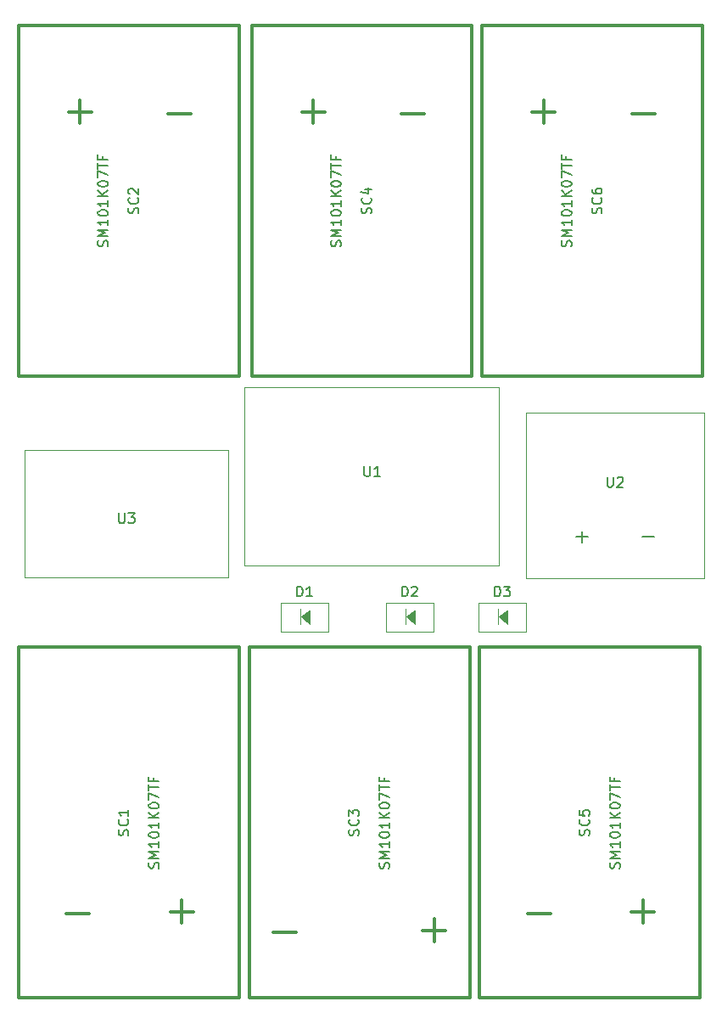
<source format=gbr>
%TF.GenerationSoftware,KiCad,Pcbnew,(5.1.10)-1*%
%TF.CreationDate,2022-05-08T17:12:19-07:00*%
%TF.ProjectId,solar-panel-side-XY,736f6c61-722d-4706-916e-656c2d736964,1.0*%
%TF.SameCoordinates,Original*%
%TF.FileFunction,Legend,Top*%
%TF.FilePolarity,Positive*%
%FSLAX46Y46*%
G04 Gerber Fmt 4.6, Leading zero omitted, Abs format (unit mm)*
G04 Created by KiCad (PCBNEW (5.1.10)-1) date 2022-05-08 17:12:19*
%MOMM*%
%LPD*%
G01*
G04 APERTURE LIST*
%ADD10C,0.120000*%
%ADD11C,0.300000*%
%ADD12C,0.100000*%
%ADD13C,0.150000*%
%ADD14C,0.200000*%
G04 APERTURE END LIST*
D10*
%TO.C,U3*%
X121250000Y-121286000D02*
X131410000Y-121286000D01*
X131410000Y-121286000D02*
X131410000Y-114936000D01*
X121250000Y-121286000D02*
X111090000Y-121286000D01*
X111090000Y-121286000D02*
X111090000Y-114936000D01*
X131410000Y-108586000D02*
X131410000Y-114936000D01*
X121250000Y-108586000D02*
X131410000Y-108586000D01*
X111090000Y-108586000D02*
X111090000Y-114936000D01*
X121250000Y-108586000D02*
X111090000Y-108586000D01*
%TO.C,U2*%
X170000000Y-104845000D02*
X161110000Y-104845000D01*
X170000000Y-104845000D02*
X178890000Y-104845000D01*
X178890000Y-104845000D02*
X178890000Y-106750000D01*
X178890000Y-106750000D02*
X178890000Y-121355000D01*
X161110000Y-104845000D02*
X161110000Y-121355000D01*
X178890000Y-121355000D02*
X161110000Y-121355000D01*
%TO.C,U1*%
X145750000Y-102360000D02*
X133050000Y-102360000D01*
X133050000Y-111250000D02*
X133050000Y-102360000D01*
X145750000Y-102360000D02*
X158450000Y-102360000D01*
X158450000Y-111250000D02*
X158450000Y-102360000D01*
X133050000Y-111250000D02*
X133050000Y-120140000D01*
X145750000Y-120140000D02*
X133050000Y-120140000D01*
X145750000Y-120140000D02*
X158450000Y-120140000D01*
X158450000Y-111250000D02*
X158450000Y-120140000D01*
D11*
%TO.C,SC6*%
X178750000Y-101250000D02*
X156750000Y-101250000D01*
X178750000Y-66250000D02*
X178750000Y-101250000D01*
X156750000Y-66250000D02*
X178750000Y-66250000D01*
X156750000Y-101250000D02*
X156750000Y-66250000D01*
%TO.C,SC5*%
X156500000Y-128250000D02*
X178500000Y-128250000D01*
X156500000Y-163250000D02*
X156500000Y-128250000D01*
X178500000Y-163250000D02*
X156500000Y-163250000D01*
X178500000Y-128250000D02*
X178500000Y-163250000D01*
%TO.C,SC4*%
X155750000Y-101250000D02*
X133750000Y-101250000D01*
X155750000Y-66250000D02*
X155750000Y-101250000D01*
X133750000Y-66250000D02*
X155750000Y-66250000D01*
X133750000Y-101250000D02*
X133750000Y-66250000D01*
%TO.C,SC3*%
X133500000Y-128250000D02*
X155500000Y-128250000D01*
X133500000Y-163250000D02*
X133500000Y-128250000D01*
X155500000Y-163250000D02*
X133500000Y-163250000D01*
X155500000Y-128250000D02*
X155500000Y-163250000D01*
%TO.C,SC2*%
X132500000Y-101250000D02*
X110500000Y-101250000D01*
X132500000Y-66250000D02*
X132500000Y-101250000D01*
X110500000Y-66250000D02*
X132500000Y-66250000D01*
X110500000Y-101250000D02*
X110500000Y-66250000D01*
%TO.C,SC1*%
X110500000Y-128250000D02*
X132500000Y-128250000D01*
X110500000Y-163250000D02*
X110500000Y-128250000D01*
X132500000Y-163250000D02*
X110500000Y-163250000D01*
X132500000Y-128250000D02*
X132500000Y-163250000D01*
D10*
%TO.C,D3*%
X156375000Y-126700000D02*
X161125000Y-126700000D01*
X161125000Y-126700000D02*
X161125000Y-123800000D01*
X156375000Y-126700000D02*
X156375000Y-123800000D01*
X156375000Y-123800000D02*
X161125000Y-123800000D01*
D12*
G36*
X159258000Y-125961200D02*
G01*
X158445200Y-125224600D01*
X159258000Y-124615000D01*
X159258000Y-125961200D01*
G37*
X159258000Y-125961200D02*
X158445200Y-125224600D01*
X159258000Y-124615000D01*
X159258000Y-125961200D01*
D10*
X158318200Y-124437200D02*
X158318200Y-125986600D01*
%TO.C,D2*%
X147125000Y-126700000D02*
X151875000Y-126700000D01*
X151875000Y-126700000D02*
X151875000Y-123800000D01*
X147125000Y-126700000D02*
X147125000Y-123800000D01*
X147125000Y-123800000D02*
X151875000Y-123800000D01*
D12*
G36*
X150008000Y-125961200D02*
G01*
X149195200Y-125224600D01*
X150008000Y-124615000D01*
X150008000Y-125961200D01*
G37*
X150008000Y-125961200D02*
X149195200Y-125224600D01*
X150008000Y-124615000D01*
X150008000Y-125961200D01*
D10*
X149068200Y-124437200D02*
X149068200Y-125986600D01*
%TO.C,D1*%
X136625000Y-126700000D02*
X141375000Y-126700000D01*
X141375000Y-126700000D02*
X141375000Y-123800000D01*
X136625000Y-126700000D02*
X136625000Y-123800000D01*
X136625000Y-123800000D02*
X141375000Y-123800000D01*
D12*
G36*
X139508000Y-125961200D02*
G01*
X138695200Y-125224600D01*
X139508000Y-124615000D01*
X139508000Y-125961200D01*
G37*
X139508000Y-125961200D02*
X138695200Y-125224600D01*
X139508000Y-124615000D01*
X139508000Y-125961200D01*
D10*
X138568200Y-124437200D02*
X138568200Y-125986600D01*
%TO.C,U3*%
D13*
X120488095Y-114888380D02*
X120488095Y-115697904D01*
X120535714Y-115793142D01*
X120583333Y-115840761D01*
X120678571Y-115888380D01*
X120869047Y-115888380D01*
X120964285Y-115840761D01*
X121011904Y-115793142D01*
X121059523Y-115697904D01*
X121059523Y-114888380D01*
X121440476Y-114888380D02*
X122059523Y-114888380D01*
X121726190Y-115269333D01*
X121869047Y-115269333D01*
X121964285Y-115316952D01*
X122011904Y-115364571D01*
X122059523Y-115459809D01*
X122059523Y-115697904D01*
X122011904Y-115793142D01*
X121964285Y-115840761D01*
X121869047Y-115888380D01*
X121583333Y-115888380D01*
X121488095Y-115840761D01*
X121440476Y-115793142D01*
%TO.C,U2*%
X169238095Y-111282380D02*
X169238095Y-112091904D01*
X169285714Y-112187142D01*
X169333333Y-112234761D01*
X169428571Y-112282380D01*
X169619047Y-112282380D01*
X169714285Y-112234761D01*
X169761904Y-112187142D01*
X169809523Y-112091904D01*
X169809523Y-111282380D01*
X170238095Y-111377619D02*
X170285714Y-111330000D01*
X170380952Y-111282380D01*
X170619047Y-111282380D01*
X170714285Y-111330000D01*
X170761904Y-111377619D01*
X170809523Y-111472857D01*
X170809523Y-111568095D01*
X170761904Y-111710952D01*
X170190476Y-112282380D01*
X170809523Y-112282380D01*
D14*
X166126571Y-117271142D02*
X167269428Y-117271142D01*
X166698000Y-117842571D02*
X166698000Y-116699714D01*
X172730571Y-117271142D02*
X173873428Y-117271142D01*
%TO.C,U1*%
D13*
X144988095Y-110202380D02*
X144988095Y-111011904D01*
X145035714Y-111107142D01*
X145083333Y-111154761D01*
X145178571Y-111202380D01*
X145369047Y-111202380D01*
X145464285Y-111154761D01*
X145511904Y-111107142D01*
X145559523Y-111011904D01*
X145559523Y-110202380D01*
X146559523Y-111202380D02*
X145988095Y-111202380D01*
X146273809Y-111202380D02*
X146273809Y-110202380D01*
X146178571Y-110345238D01*
X146083333Y-110440476D01*
X145988095Y-110488095D01*
%TO.C,SC6*%
X168654761Y-85011904D02*
X168702380Y-84869047D01*
X168702380Y-84630952D01*
X168654761Y-84535714D01*
X168607142Y-84488095D01*
X168511904Y-84440476D01*
X168416666Y-84440476D01*
X168321428Y-84488095D01*
X168273809Y-84535714D01*
X168226190Y-84630952D01*
X168178571Y-84821428D01*
X168130952Y-84916666D01*
X168083333Y-84964285D01*
X167988095Y-85011904D01*
X167892857Y-85011904D01*
X167797619Y-84964285D01*
X167750000Y-84916666D01*
X167702380Y-84821428D01*
X167702380Y-84583333D01*
X167750000Y-84440476D01*
X168607142Y-83440476D02*
X168654761Y-83488095D01*
X168702380Y-83630952D01*
X168702380Y-83726190D01*
X168654761Y-83869047D01*
X168559523Y-83964285D01*
X168464285Y-84011904D01*
X168273809Y-84059523D01*
X168130952Y-84059523D01*
X167940476Y-84011904D01*
X167845238Y-83964285D01*
X167750000Y-83869047D01*
X167702380Y-83726190D01*
X167702380Y-83630952D01*
X167750000Y-83488095D01*
X167797619Y-83440476D01*
X167702380Y-82583333D02*
X167702380Y-82773809D01*
X167750000Y-82869047D01*
X167797619Y-82916666D01*
X167940476Y-83011904D01*
X168130952Y-83059523D01*
X168511904Y-83059523D01*
X168607142Y-83011904D01*
X168654761Y-82964285D01*
X168702380Y-82869047D01*
X168702380Y-82678571D01*
X168654761Y-82583333D01*
X168607142Y-82535714D01*
X168511904Y-82488095D01*
X168273809Y-82488095D01*
X168178571Y-82535714D01*
X168130952Y-82583333D01*
X168083333Y-82678571D01*
X168083333Y-82869047D01*
X168130952Y-82964285D01*
X168178571Y-83011904D01*
X168273809Y-83059523D01*
X165614761Y-88297619D02*
X165662380Y-88154761D01*
X165662380Y-87916666D01*
X165614761Y-87821428D01*
X165567142Y-87773809D01*
X165471904Y-87726190D01*
X165376666Y-87726190D01*
X165281428Y-87773809D01*
X165233809Y-87821428D01*
X165186190Y-87916666D01*
X165138571Y-88107142D01*
X165090952Y-88202380D01*
X165043333Y-88250000D01*
X164948095Y-88297619D01*
X164852857Y-88297619D01*
X164757619Y-88250000D01*
X164710000Y-88202380D01*
X164662380Y-88107142D01*
X164662380Y-87869047D01*
X164710000Y-87726190D01*
X165662380Y-87297619D02*
X164662380Y-87297619D01*
X165376666Y-86964285D01*
X164662380Y-86630952D01*
X165662380Y-86630952D01*
X165662380Y-85630952D02*
X165662380Y-86202380D01*
X165662380Y-85916666D02*
X164662380Y-85916666D01*
X164805238Y-86011904D01*
X164900476Y-86107142D01*
X164948095Y-86202380D01*
X164662380Y-85011904D02*
X164662380Y-84916666D01*
X164710000Y-84821428D01*
X164757619Y-84773809D01*
X164852857Y-84726190D01*
X165043333Y-84678571D01*
X165281428Y-84678571D01*
X165471904Y-84726190D01*
X165567142Y-84773809D01*
X165614761Y-84821428D01*
X165662380Y-84916666D01*
X165662380Y-85011904D01*
X165614761Y-85107142D01*
X165567142Y-85154761D01*
X165471904Y-85202380D01*
X165281428Y-85250000D01*
X165043333Y-85250000D01*
X164852857Y-85202380D01*
X164757619Y-85154761D01*
X164710000Y-85107142D01*
X164662380Y-85011904D01*
X165662380Y-83726190D02*
X165662380Y-84297619D01*
X165662380Y-84011904D02*
X164662380Y-84011904D01*
X164805238Y-84107142D01*
X164900476Y-84202380D01*
X164948095Y-84297619D01*
X165662380Y-83297619D02*
X164662380Y-83297619D01*
X165662380Y-82726190D02*
X165090952Y-83154761D01*
X164662380Y-82726190D02*
X165233809Y-83297619D01*
X164662380Y-82107142D02*
X164662380Y-82011904D01*
X164710000Y-81916666D01*
X164757619Y-81869047D01*
X164852857Y-81821428D01*
X165043333Y-81773809D01*
X165281428Y-81773809D01*
X165471904Y-81821428D01*
X165567142Y-81869047D01*
X165614761Y-81916666D01*
X165662380Y-82011904D01*
X165662380Y-82107142D01*
X165614761Y-82202380D01*
X165567142Y-82250000D01*
X165471904Y-82297619D01*
X165281428Y-82345238D01*
X165043333Y-82345238D01*
X164852857Y-82297619D01*
X164757619Y-82250000D01*
X164710000Y-82202380D01*
X164662380Y-82107142D01*
X164662380Y-81440476D02*
X164662380Y-80773809D01*
X165662380Y-81202380D01*
X164662380Y-80535714D02*
X164662380Y-79964285D01*
X165662380Y-80250000D02*
X164662380Y-80250000D01*
X165138571Y-79297619D02*
X165138571Y-79630952D01*
X165662380Y-79630952D02*
X164662380Y-79630952D01*
X164662380Y-79154761D01*
D11*
X171687142Y-75074285D02*
X173972857Y-75074285D01*
X162884285Y-76002857D02*
X162884285Y-73717142D01*
X164027142Y-74860000D02*
X161741428Y-74860000D01*
%TO.C,SC5*%
D13*
X167404761Y-147011904D02*
X167452380Y-146869047D01*
X167452380Y-146630952D01*
X167404761Y-146535714D01*
X167357142Y-146488095D01*
X167261904Y-146440476D01*
X167166666Y-146440476D01*
X167071428Y-146488095D01*
X167023809Y-146535714D01*
X166976190Y-146630952D01*
X166928571Y-146821428D01*
X166880952Y-146916666D01*
X166833333Y-146964285D01*
X166738095Y-147011904D01*
X166642857Y-147011904D01*
X166547619Y-146964285D01*
X166500000Y-146916666D01*
X166452380Y-146821428D01*
X166452380Y-146583333D01*
X166500000Y-146440476D01*
X167357142Y-145440476D02*
X167404761Y-145488095D01*
X167452380Y-145630952D01*
X167452380Y-145726190D01*
X167404761Y-145869047D01*
X167309523Y-145964285D01*
X167214285Y-146011904D01*
X167023809Y-146059523D01*
X166880952Y-146059523D01*
X166690476Y-146011904D01*
X166595238Y-145964285D01*
X166500000Y-145869047D01*
X166452380Y-145726190D01*
X166452380Y-145630952D01*
X166500000Y-145488095D01*
X166547619Y-145440476D01*
X166452380Y-144535714D02*
X166452380Y-145011904D01*
X166928571Y-145059523D01*
X166880952Y-145011904D01*
X166833333Y-144916666D01*
X166833333Y-144678571D01*
X166880952Y-144583333D01*
X166928571Y-144535714D01*
X167023809Y-144488095D01*
X167261904Y-144488095D01*
X167357142Y-144535714D01*
X167404761Y-144583333D01*
X167452380Y-144678571D01*
X167452380Y-144916666D01*
X167404761Y-145011904D01*
X167357142Y-145059523D01*
X170444761Y-150297619D02*
X170492380Y-150154761D01*
X170492380Y-149916666D01*
X170444761Y-149821428D01*
X170397142Y-149773809D01*
X170301904Y-149726190D01*
X170206666Y-149726190D01*
X170111428Y-149773809D01*
X170063809Y-149821428D01*
X170016190Y-149916666D01*
X169968571Y-150107142D01*
X169920952Y-150202380D01*
X169873333Y-150250000D01*
X169778095Y-150297619D01*
X169682857Y-150297619D01*
X169587619Y-150250000D01*
X169540000Y-150202380D01*
X169492380Y-150107142D01*
X169492380Y-149869047D01*
X169540000Y-149726190D01*
X170492380Y-149297619D02*
X169492380Y-149297619D01*
X170206666Y-148964285D01*
X169492380Y-148630952D01*
X170492380Y-148630952D01*
X170492380Y-147630952D02*
X170492380Y-148202380D01*
X170492380Y-147916666D02*
X169492380Y-147916666D01*
X169635238Y-148011904D01*
X169730476Y-148107142D01*
X169778095Y-148202380D01*
X169492380Y-147011904D02*
X169492380Y-146916666D01*
X169540000Y-146821428D01*
X169587619Y-146773809D01*
X169682857Y-146726190D01*
X169873333Y-146678571D01*
X170111428Y-146678571D01*
X170301904Y-146726190D01*
X170397142Y-146773809D01*
X170444761Y-146821428D01*
X170492380Y-146916666D01*
X170492380Y-147011904D01*
X170444761Y-147107142D01*
X170397142Y-147154761D01*
X170301904Y-147202380D01*
X170111428Y-147250000D01*
X169873333Y-147250000D01*
X169682857Y-147202380D01*
X169587619Y-147154761D01*
X169540000Y-147107142D01*
X169492380Y-147011904D01*
X170492380Y-145726190D02*
X170492380Y-146297619D01*
X170492380Y-146011904D02*
X169492380Y-146011904D01*
X169635238Y-146107142D01*
X169730476Y-146202380D01*
X169778095Y-146297619D01*
X170492380Y-145297619D02*
X169492380Y-145297619D01*
X170492380Y-144726190D02*
X169920952Y-145154761D01*
X169492380Y-144726190D02*
X170063809Y-145297619D01*
X169492380Y-144107142D02*
X169492380Y-144011904D01*
X169540000Y-143916666D01*
X169587619Y-143869047D01*
X169682857Y-143821428D01*
X169873333Y-143773809D01*
X170111428Y-143773809D01*
X170301904Y-143821428D01*
X170397142Y-143869047D01*
X170444761Y-143916666D01*
X170492380Y-144011904D01*
X170492380Y-144107142D01*
X170444761Y-144202380D01*
X170397142Y-144250000D01*
X170301904Y-144297619D01*
X170111428Y-144345238D01*
X169873333Y-144345238D01*
X169682857Y-144297619D01*
X169587619Y-144250000D01*
X169540000Y-144202380D01*
X169492380Y-144107142D01*
X169492380Y-143440476D02*
X169492380Y-142773809D01*
X170492380Y-143202380D01*
X169492380Y-142535714D02*
X169492380Y-141964285D01*
X170492380Y-142250000D02*
X169492380Y-142250000D01*
X169968571Y-141297619D02*
X169968571Y-141630952D01*
X170492380Y-141630952D02*
X169492380Y-141630952D01*
X169492380Y-141154761D01*
D11*
X161277142Y-154854285D02*
X163562857Y-154854285D01*
X172794285Y-155782857D02*
X172794285Y-153497142D01*
X173937142Y-154640000D02*
X171651428Y-154640000D01*
%TO.C,SC4*%
D13*
X145654761Y-85011904D02*
X145702380Y-84869047D01*
X145702380Y-84630952D01*
X145654761Y-84535714D01*
X145607142Y-84488095D01*
X145511904Y-84440476D01*
X145416666Y-84440476D01*
X145321428Y-84488095D01*
X145273809Y-84535714D01*
X145226190Y-84630952D01*
X145178571Y-84821428D01*
X145130952Y-84916666D01*
X145083333Y-84964285D01*
X144988095Y-85011904D01*
X144892857Y-85011904D01*
X144797619Y-84964285D01*
X144750000Y-84916666D01*
X144702380Y-84821428D01*
X144702380Y-84583333D01*
X144750000Y-84440476D01*
X145607142Y-83440476D02*
X145654761Y-83488095D01*
X145702380Y-83630952D01*
X145702380Y-83726190D01*
X145654761Y-83869047D01*
X145559523Y-83964285D01*
X145464285Y-84011904D01*
X145273809Y-84059523D01*
X145130952Y-84059523D01*
X144940476Y-84011904D01*
X144845238Y-83964285D01*
X144750000Y-83869047D01*
X144702380Y-83726190D01*
X144702380Y-83630952D01*
X144750000Y-83488095D01*
X144797619Y-83440476D01*
X145035714Y-82583333D02*
X145702380Y-82583333D01*
X144654761Y-82821428D02*
X145369047Y-83059523D01*
X145369047Y-82440476D01*
X142614761Y-88297619D02*
X142662380Y-88154761D01*
X142662380Y-87916666D01*
X142614761Y-87821428D01*
X142567142Y-87773809D01*
X142471904Y-87726190D01*
X142376666Y-87726190D01*
X142281428Y-87773809D01*
X142233809Y-87821428D01*
X142186190Y-87916666D01*
X142138571Y-88107142D01*
X142090952Y-88202380D01*
X142043333Y-88250000D01*
X141948095Y-88297619D01*
X141852857Y-88297619D01*
X141757619Y-88250000D01*
X141710000Y-88202380D01*
X141662380Y-88107142D01*
X141662380Y-87869047D01*
X141710000Y-87726190D01*
X142662380Y-87297619D02*
X141662380Y-87297619D01*
X142376666Y-86964285D01*
X141662380Y-86630952D01*
X142662380Y-86630952D01*
X142662380Y-85630952D02*
X142662380Y-86202380D01*
X142662380Y-85916666D02*
X141662380Y-85916666D01*
X141805238Y-86011904D01*
X141900476Y-86107142D01*
X141948095Y-86202380D01*
X141662380Y-85011904D02*
X141662380Y-84916666D01*
X141710000Y-84821428D01*
X141757619Y-84773809D01*
X141852857Y-84726190D01*
X142043333Y-84678571D01*
X142281428Y-84678571D01*
X142471904Y-84726190D01*
X142567142Y-84773809D01*
X142614761Y-84821428D01*
X142662380Y-84916666D01*
X142662380Y-85011904D01*
X142614761Y-85107142D01*
X142567142Y-85154761D01*
X142471904Y-85202380D01*
X142281428Y-85250000D01*
X142043333Y-85250000D01*
X141852857Y-85202380D01*
X141757619Y-85154761D01*
X141710000Y-85107142D01*
X141662380Y-85011904D01*
X142662380Y-83726190D02*
X142662380Y-84297619D01*
X142662380Y-84011904D02*
X141662380Y-84011904D01*
X141805238Y-84107142D01*
X141900476Y-84202380D01*
X141948095Y-84297619D01*
X142662380Y-83297619D02*
X141662380Y-83297619D01*
X142662380Y-82726190D02*
X142090952Y-83154761D01*
X141662380Y-82726190D02*
X142233809Y-83297619D01*
X141662380Y-82107142D02*
X141662380Y-82011904D01*
X141710000Y-81916666D01*
X141757619Y-81869047D01*
X141852857Y-81821428D01*
X142043333Y-81773809D01*
X142281428Y-81773809D01*
X142471904Y-81821428D01*
X142567142Y-81869047D01*
X142614761Y-81916666D01*
X142662380Y-82011904D01*
X142662380Y-82107142D01*
X142614761Y-82202380D01*
X142567142Y-82250000D01*
X142471904Y-82297619D01*
X142281428Y-82345238D01*
X142043333Y-82345238D01*
X141852857Y-82297619D01*
X141757619Y-82250000D01*
X141710000Y-82202380D01*
X141662380Y-82107142D01*
X141662380Y-81440476D02*
X141662380Y-80773809D01*
X142662380Y-81202380D01*
X141662380Y-80535714D02*
X141662380Y-79964285D01*
X142662380Y-80250000D02*
X141662380Y-80250000D01*
X142138571Y-79297619D02*
X142138571Y-79630952D01*
X142662380Y-79630952D02*
X141662380Y-79630952D01*
X141662380Y-79154761D01*
D11*
X148687142Y-75074285D02*
X150972857Y-75074285D01*
X139884285Y-76002857D02*
X139884285Y-73717142D01*
X141027142Y-74860000D02*
X138741428Y-74860000D01*
%TO.C,SC3*%
D13*
X144404761Y-147011904D02*
X144452380Y-146869047D01*
X144452380Y-146630952D01*
X144404761Y-146535714D01*
X144357142Y-146488095D01*
X144261904Y-146440476D01*
X144166666Y-146440476D01*
X144071428Y-146488095D01*
X144023809Y-146535714D01*
X143976190Y-146630952D01*
X143928571Y-146821428D01*
X143880952Y-146916666D01*
X143833333Y-146964285D01*
X143738095Y-147011904D01*
X143642857Y-147011904D01*
X143547619Y-146964285D01*
X143500000Y-146916666D01*
X143452380Y-146821428D01*
X143452380Y-146583333D01*
X143500000Y-146440476D01*
X144357142Y-145440476D02*
X144404761Y-145488095D01*
X144452380Y-145630952D01*
X144452380Y-145726190D01*
X144404761Y-145869047D01*
X144309523Y-145964285D01*
X144214285Y-146011904D01*
X144023809Y-146059523D01*
X143880952Y-146059523D01*
X143690476Y-146011904D01*
X143595238Y-145964285D01*
X143500000Y-145869047D01*
X143452380Y-145726190D01*
X143452380Y-145630952D01*
X143500000Y-145488095D01*
X143547619Y-145440476D01*
X143452380Y-145107142D02*
X143452380Y-144488095D01*
X143833333Y-144821428D01*
X143833333Y-144678571D01*
X143880952Y-144583333D01*
X143928571Y-144535714D01*
X144023809Y-144488095D01*
X144261904Y-144488095D01*
X144357142Y-144535714D01*
X144404761Y-144583333D01*
X144452380Y-144678571D01*
X144452380Y-144964285D01*
X144404761Y-145059523D01*
X144357142Y-145107142D01*
X147444761Y-150297619D02*
X147492380Y-150154761D01*
X147492380Y-149916666D01*
X147444761Y-149821428D01*
X147397142Y-149773809D01*
X147301904Y-149726190D01*
X147206666Y-149726190D01*
X147111428Y-149773809D01*
X147063809Y-149821428D01*
X147016190Y-149916666D01*
X146968571Y-150107142D01*
X146920952Y-150202380D01*
X146873333Y-150250000D01*
X146778095Y-150297619D01*
X146682857Y-150297619D01*
X146587619Y-150250000D01*
X146540000Y-150202380D01*
X146492380Y-150107142D01*
X146492380Y-149869047D01*
X146540000Y-149726190D01*
X147492380Y-149297619D02*
X146492380Y-149297619D01*
X147206666Y-148964285D01*
X146492380Y-148630952D01*
X147492380Y-148630952D01*
X147492380Y-147630952D02*
X147492380Y-148202380D01*
X147492380Y-147916666D02*
X146492380Y-147916666D01*
X146635238Y-148011904D01*
X146730476Y-148107142D01*
X146778095Y-148202380D01*
X146492380Y-147011904D02*
X146492380Y-146916666D01*
X146540000Y-146821428D01*
X146587619Y-146773809D01*
X146682857Y-146726190D01*
X146873333Y-146678571D01*
X147111428Y-146678571D01*
X147301904Y-146726190D01*
X147397142Y-146773809D01*
X147444761Y-146821428D01*
X147492380Y-146916666D01*
X147492380Y-147011904D01*
X147444761Y-147107142D01*
X147397142Y-147154761D01*
X147301904Y-147202380D01*
X147111428Y-147250000D01*
X146873333Y-147250000D01*
X146682857Y-147202380D01*
X146587619Y-147154761D01*
X146540000Y-147107142D01*
X146492380Y-147011904D01*
X147492380Y-145726190D02*
X147492380Y-146297619D01*
X147492380Y-146011904D02*
X146492380Y-146011904D01*
X146635238Y-146107142D01*
X146730476Y-146202380D01*
X146778095Y-146297619D01*
X147492380Y-145297619D02*
X146492380Y-145297619D01*
X147492380Y-144726190D02*
X146920952Y-145154761D01*
X146492380Y-144726190D02*
X147063809Y-145297619D01*
X146492380Y-144107142D02*
X146492380Y-144011904D01*
X146540000Y-143916666D01*
X146587619Y-143869047D01*
X146682857Y-143821428D01*
X146873333Y-143773809D01*
X147111428Y-143773809D01*
X147301904Y-143821428D01*
X147397142Y-143869047D01*
X147444761Y-143916666D01*
X147492380Y-144011904D01*
X147492380Y-144107142D01*
X147444761Y-144202380D01*
X147397142Y-144250000D01*
X147301904Y-144297619D01*
X147111428Y-144345238D01*
X146873333Y-144345238D01*
X146682857Y-144297619D01*
X146587619Y-144250000D01*
X146540000Y-144202380D01*
X146492380Y-144107142D01*
X146492380Y-143440476D02*
X146492380Y-142773809D01*
X147492380Y-143202380D01*
X146492380Y-142535714D02*
X146492380Y-141964285D01*
X147492380Y-142250000D02*
X146492380Y-142250000D01*
X146968571Y-141297619D02*
X146968571Y-141630952D01*
X147492380Y-141630952D02*
X146492380Y-141630952D01*
X146492380Y-141154761D01*
D11*
X135857142Y-156714285D02*
X138142857Y-156714285D01*
X151964285Y-157642857D02*
X151964285Y-155357142D01*
X153107142Y-156500000D02*
X150821428Y-156500000D01*
%TO.C,SC2*%
D13*
X122404761Y-85011904D02*
X122452380Y-84869047D01*
X122452380Y-84630952D01*
X122404761Y-84535714D01*
X122357142Y-84488095D01*
X122261904Y-84440476D01*
X122166666Y-84440476D01*
X122071428Y-84488095D01*
X122023809Y-84535714D01*
X121976190Y-84630952D01*
X121928571Y-84821428D01*
X121880952Y-84916666D01*
X121833333Y-84964285D01*
X121738095Y-85011904D01*
X121642857Y-85011904D01*
X121547619Y-84964285D01*
X121500000Y-84916666D01*
X121452380Y-84821428D01*
X121452380Y-84583333D01*
X121500000Y-84440476D01*
X122357142Y-83440476D02*
X122404761Y-83488095D01*
X122452380Y-83630952D01*
X122452380Y-83726190D01*
X122404761Y-83869047D01*
X122309523Y-83964285D01*
X122214285Y-84011904D01*
X122023809Y-84059523D01*
X121880952Y-84059523D01*
X121690476Y-84011904D01*
X121595238Y-83964285D01*
X121500000Y-83869047D01*
X121452380Y-83726190D01*
X121452380Y-83630952D01*
X121500000Y-83488095D01*
X121547619Y-83440476D01*
X121547619Y-83059523D02*
X121500000Y-83011904D01*
X121452380Y-82916666D01*
X121452380Y-82678571D01*
X121500000Y-82583333D01*
X121547619Y-82535714D01*
X121642857Y-82488095D01*
X121738095Y-82488095D01*
X121880952Y-82535714D01*
X122452380Y-83107142D01*
X122452380Y-82488095D01*
X119364761Y-88297619D02*
X119412380Y-88154761D01*
X119412380Y-87916666D01*
X119364761Y-87821428D01*
X119317142Y-87773809D01*
X119221904Y-87726190D01*
X119126666Y-87726190D01*
X119031428Y-87773809D01*
X118983809Y-87821428D01*
X118936190Y-87916666D01*
X118888571Y-88107142D01*
X118840952Y-88202380D01*
X118793333Y-88250000D01*
X118698095Y-88297619D01*
X118602857Y-88297619D01*
X118507619Y-88250000D01*
X118460000Y-88202380D01*
X118412380Y-88107142D01*
X118412380Y-87869047D01*
X118460000Y-87726190D01*
X119412380Y-87297619D02*
X118412380Y-87297619D01*
X119126666Y-86964285D01*
X118412380Y-86630952D01*
X119412380Y-86630952D01*
X119412380Y-85630952D02*
X119412380Y-86202380D01*
X119412380Y-85916666D02*
X118412380Y-85916666D01*
X118555238Y-86011904D01*
X118650476Y-86107142D01*
X118698095Y-86202380D01*
X118412380Y-85011904D02*
X118412380Y-84916666D01*
X118460000Y-84821428D01*
X118507619Y-84773809D01*
X118602857Y-84726190D01*
X118793333Y-84678571D01*
X119031428Y-84678571D01*
X119221904Y-84726190D01*
X119317142Y-84773809D01*
X119364761Y-84821428D01*
X119412380Y-84916666D01*
X119412380Y-85011904D01*
X119364761Y-85107142D01*
X119317142Y-85154761D01*
X119221904Y-85202380D01*
X119031428Y-85250000D01*
X118793333Y-85250000D01*
X118602857Y-85202380D01*
X118507619Y-85154761D01*
X118460000Y-85107142D01*
X118412380Y-85011904D01*
X119412380Y-83726190D02*
X119412380Y-84297619D01*
X119412380Y-84011904D02*
X118412380Y-84011904D01*
X118555238Y-84107142D01*
X118650476Y-84202380D01*
X118698095Y-84297619D01*
X119412380Y-83297619D02*
X118412380Y-83297619D01*
X119412380Y-82726190D02*
X118840952Y-83154761D01*
X118412380Y-82726190D02*
X118983809Y-83297619D01*
X118412380Y-82107142D02*
X118412380Y-82011904D01*
X118460000Y-81916666D01*
X118507619Y-81869047D01*
X118602857Y-81821428D01*
X118793333Y-81773809D01*
X119031428Y-81773809D01*
X119221904Y-81821428D01*
X119317142Y-81869047D01*
X119364761Y-81916666D01*
X119412380Y-82011904D01*
X119412380Y-82107142D01*
X119364761Y-82202380D01*
X119317142Y-82250000D01*
X119221904Y-82297619D01*
X119031428Y-82345238D01*
X118793333Y-82345238D01*
X118602857Y-82297619D01*
X118507619Y-82250000D01*
X118460000Y-82202380D01*
X118412380Y-82107142D01*
X118412380Y-81440476D02*
X118412380Y-80773809D01*
X119412380Y-81202380D01*
X118412380Y-80535714D02*
X118412380Y-79964285D01*
X119412380Y-80250000D02*
X118412380Y-80250000D01*
X118888571Y-79297619D02*
X118888571Y-79630952D01*
X119412380Y-79630952D02*
X118412380Y-79630952D01*
X118412380Y-79154761D01*
D11*
X125437142Y-75074285D02*
X127722857Y-75074285D01*
X116634285Y-76002857D02*
X116634285Y-73717142D01*
X117777142Y-74860000D02*
X115491428Y-74860000D01*
%TO.C,SC1*%
D13*
X121404761Y-147011904D02*
X121452380Y-146869047D01*
X121452380Y-146630952D01*
X121404761Y-146535714D01*
X121357142Y-146488095D01*
X121261904Y-146440476D01*
X121166666Y-146440476D01*
X121071428Y-146488095D01*
X121023809Y-146535714D01*
X120976190Y-146630952D01*
X120928571Y-146821428D01*
X120880952Y-146916666D01*
X120833333Y-146964285D01*
X120738095Y-147011904D01*
X120642857Y-147011904D01*
X120547619Y-146964285D01*
X120500000Y-146916666D01*
X120452380Y-146821428D01*
X120452380Y-146583333D01*
X120500000Y-146440476D01*
X121357142Y-145440476D02*
X121404761Y-145488095D01*
X121452380Y-145630952D01*
X121452380Y-145726190D01*
X121404761Y-145869047D01*
X121309523Y-145964285D01*
X121214285Y-146011904D01*
X121023809Y-146059523D01*
X120880952Y-146059523D01*
X120690476Y-146011904D01*
X120595238Y-145964285D01*
X120500000Y-145869047D01*
X120452380Y-145726190D01*
X120452380Y-145630952D01*
X120500000Y-145488095D01*
X120547619Y-145440476D01*
X121452380Y-144488095D02*
X121452380Y-145059523D01*
X121452380Y-144773809D02*
X120452380Y-144773809D01*
X120595238Y-144869047D01*
X120690476Y-144964285D01*
X120738095Y-145059523D01*
X124444761Y-150297619D02*
X124492380Y-150154761D01*
X124492380Y-149916666D01*
X124444761Y-149821428D01*
X124397142Y-149773809D01*
X124301904Y-149726190D01*
X124206666Y-149726190D01*
X124111428Y-149773809D01*
X124063809Y-149821428D01*
X124016190Y-149916666D01*
X123968571Y-150107142D01*
X123920952Y-150202380D01*
X123873333Y-150250000D01*
X123778095Y-150297619D01*
X123682857Y-150297619D01*
X123587619Y-150250000D01*
X123540000Y-150202380D01*
X123492380Y-150107142D01*
X123492380Y-149869047D01*
X123540000Y-149726190D01*
X124492380Y-149297619D02*
X123492380Y-149297619D01*
X124206666Y-148964285D01*
X123492380Y-148630952D01*
X124492380Y-148630952D01*
X124492380Y-147630952D02*
X124492380Y-148202380D01*
X124492380Y-147916666D02*
X123492380Y-147916666D01*
X123635238Y-148011904D01*
X123730476Y-148107142D01*
X123778095Y-148202380D01*
X123492380Y-147011904D02*
X123492380Y-146916666D01*
X123540000Y-146821428D01*
X123587619Y-146773809D01*
X123682857Y-146726190D01*
X123873333Y-146678571D01*
X124111428Y-146678571D01*
X124301904Y-146726190D01*
X124397142Y-146773809D01*
X124444761Y-146821428D01*
X124492380Y-146916666D01*
X124492380Y-147011904D01*
X124444761Y-147107142D01*
X124397142Y-147154761D01*
X124301904Y-147202380D01*
X124111428Y-147250000D01*
X123873333Y-147250000D01*
X123682857Y-147202380D01*
X123587619Y-147154761D01*
X123540000Y-147107142D01*
X123492380Y-147011904D01*
X124492380Y-145726190D02*
X124492380Y-146297619D01*
X124492380Y-146011904D02*
X123492380Y-146011904D01*
X123635238Y-146107142D01*
X123730476Y-146202380D01*
X123778095Y-146297619D01*
X124492380Y-145297619D02*
X123492380Y-145297619D01*
X124492380Y-144726190D02*
X123920952Y-145154761D01*
X123492380Y-144726190D02*
X124063809Y-145297619D01*
X123492380Y-144107142D02*
X123492380Y-144011904D01*
X123540000Y-143916666D01*
X123587619Y-143869047D01*
X123682857Y-143821428D01*
X123873333Y-143773809D01*
X124111428Y-143773809D01*
X124301904Y-143821428D01*
X124397142Y-143869047D01*
X124444761Y-143916666D01*
X124492380Y-144011904D01*
X124492380Y-144107142D01*
X124444761Y-144202380D01*
X124397142Y-144250000D01*
X124301904Y-144297619D01*
X124111428Y-144345238D01*
X123873333Y-144345238D01*
X123682857Y-144297619D01*
X123587619Y-144250000D01*
X123540000Y-144202380D01*
X123492380Y-144107142D01*
X123492380Y-143440476D02*
X123492380Y-142773809D01*
X124492380Y-143202380D01*
X123492380Y-142535714D02*
X123492380Y-141964285D01*
X124492380Y-142250000D02*
X123492380Y-142250000D01*
X123968571Y-141297619D02*
X123968571Y-141630952D01*
X124492380Y-141630952D02*
X123492380Y-141630952D01*
X123492380Y-141154761D01*
D11*
X115277142Y-154854285D02*
X117562857Y-154854285D01*
X126794285Y-155782857D02*
X126794285Y-153497142D01*
X127937142Y-154640000D02*
X125651428Y-154640000D01*
%TO.C,D3*%
D13*
X158011904Y-123202380D02*
X158011904Y-122202380D01*
X158250000Y-122202380D01*
X158392857Y-122250000D01*
X158488095Y-122345238D01*
X158535714Y-122440476D01*
X158583333Y-122630952D01*
X158583333Y-122773809D01*
X158535714Y-122964285D01*
X158488095Y-123059523D01*
X158392857Y-123154761D01*
X158250000Y-123202380D01*
X158011904Y-123202380D01*
X158916666Y-122202380D02*
X159535714Y-122202380D01*
X159202380Y-122583333D01*
X159345238Y-122583333D01*
X159440476Y-122630952D01*
X159488095Y-122678571D01*
X159535714Y-122773809D01*
X159535714Y-123011904D01*
X159488095Y-123107142D01*
X159440476Y-123154761D01*
X159345238Y-123202380D01*
X159059523Y-123202380D01*
X158964285Y-123154761D01*
X158916666Y-123107142D01*
%TO.C,D2*%
X148761904Y-123202380D02*
X148761904Y-122202380D01*
X149000000Y-122202380D01*
X149142857Y-122250000D01*
X149238095Y-122345238D01*
X149285714Y-122440476D01*
X149333333Y-122630952D01*
X149333333Y-122773809D01*
X149285714Y-122964285D01*
X149238095Y-123059523D01*
X149142857Y-123154761D01*
X149000000Y-123202380D01*
X148761904Y-123202380D01*
X149714285Y-122297619D02*
X149761904Y-122250000D01*
X149857142Y-122202380D01*
X150095238Y-122202380D01*
X150190476Y-122250000D01*
X150238095Y-122297619D01*
X150285714Y-122392857D01*
X150285714Y-122488095D01*
X150238095Y-122630952D01*
X149666666Y-123202380D01*
X150285714Y-123202380D01*
%TO.C,D1*%
X138261904Y-123202380D02*
X138261904Y-122202380D01*
X138500000Y-122202380D01*
X138642857Y-122250000D01*
X138738095Y-122345238D01*
X138785714Y-122440476D01*
X138833333Y-122630952D01*
X138833333Y-122773809D01*
X138785714Y-122964285D01*
X138738095Y-123059523D01*
X138642857Y-123154761D01*
X138500000Y-123202380D01*
X138261904Y-123202380D01*
X139785714Y-123202380D02*
X139214285Y-123202380D01*
X139500000Y-123202380D02*
X139500000Y-122202380D01*
X139404761Y-122345238D01*
X139309523Y-122440476D01*
X139214285Y-122488095D01*
%TD*%
M02*

</source>
